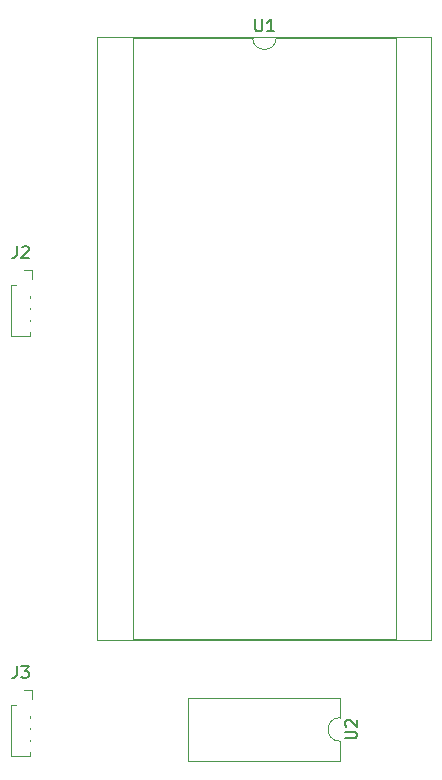
<source format=gbr>
%TF.GenerationSoftware,KiCad,Pcbnew,6.0.11+dfsg-1*%
%TF.CreationDate,2024-04-24T13:50:54-06:00*%
%TF.ProjectId,kicad-project-2,6b696361-642d-4707-926f-6a6563742d32,rev?*%
%TF.SameCoordinates,Original*%
%TF.FileFunction,Legend,Top*%
%TF.FilePolarity,Positive*%
%FSLAX46Y46*%
G04 Gerber Fmt 4.6, Leading zero omitted, Abs format (unit mm)*
G04 Created by KiCad (PCBNEW 6.0.11+dfsg-1) date 2024-04-24 13:50:54*
%MOMM*%
%LPD*%
G01*
G04 APERTURE LIST*
%ADD10C,0.150000*%
%ADD11C,0.120000*%
G04 APERTURE END LIST*
D10*
%TO.C,U1*%
X118628095Y-54192380D02*
X118628095Y-55001904D01*
X118675714Y-55097142D01*
X118723333Y-55144761D01*
X118818571Y-55192380D01*
X119009047Y-55192380D01*
X119104285Y-55144761D01*
X119151904Y-55097142D01*
X119199523Y-55001904D01*
X119199523Y-54192380D01*
X120199523Y-55192380D02*
X119628095Y-55192380D01*
X119913809Y-55192380D02*
X119913809Y-54192380D01*
X119818571Y-54335238D01*
X119723333Y-54430476D01*
X119628095Y-54478095D01*
%TO.C,J2*%
X98436666Y-73402380D02*
X98436666Y-74116666D01*
X98389047Y-74259523D01*
X98293809Y-74354761D01*
X98150952Y-74402380D01*
X98055714Y-74402380D01*
X98865238Y-73497619D02*
X98912857Y-73450000D01*
X99008095Y-73402380D01*
X99246190Y-73402380D01*
X99341428Y-73450000D01*
X99389047Y-73497619D01*
X99436666Y-73592857D01*
X99436666Y-73688095D01*
X99389047Y-73830952D01*
X98817619Y-74402380D01*
X99436666Y-74402380D01*
%TO.C,J3*%
X98436666Y-108962380D02*
X98436666Y-109676666D01*
X98389047Y-109819523D01*
X98293809Y-109914761D01*
X98150952Y-109962380D01*
X98055714Y-109962380D01*
X98817619Y-108962380D02*
X99436666Y-108962380D01*
X99103333Y-109343333D01*
X99246190Y-109343333D01*
X99341428Y-109390952D01*
X99389047Y-109438571D01*
X99436666Y-109533809D01*
X99436666Y-109771904D01*
X99389047Y-109867142D01*
X99341428Y-109914761D01*
X99246190Y-109962380D01*
X98960476Y-109962380D01*
X98865238Y-109914761D01*
X98817619Y-109867142D01*
%TO.C,U2*%
X126237380Y-115071904D02*
X127046904Y-115071904D01*
X127142142Y-115024285D01*
X127189761Y-114976666D01*
X127237380Y-114881428D01*
X127237380Y-114690952D01*
X127189761Y-114595714D01*
X127142142Y-114548095D01*
X127046904Y-114500476D01*
X126237380Y-114500476D01*
X126332619Y-114071904D02*
X126285000Y-114024285D01*
X126237380Y-113929047D01*
X126237380Y-113690952D01*
X126285000Y-113595714D01*
X126332619Y-113548095D01*
X126427857Y-113500476D01*
X126523095Y-113500476D01*
X126665952Y-113548095D01*
X127237380Y-114119523D01*
X127237380Y-113500476D01*
D11*
%TO.C,U1*%
X133530000Y-55680000D02*
X105250000Y-55680000D01*
X130530000Y-55740000D02*
X120390000Y-55740000D01*
X105250000Y-106720000D02*
X133530000Y-106720000D01*
X108250000Y-106660000D02*
X130530000Y-106660000D01*
X133530000Y-106720000D02*
X133530000Y-55680000D01*
X108250000Y-55740000D02*
X108250000Y-106660000D01*
X118390000Y-55740000D02*
X108250000Y-55740000D01*
X130530000Y-106660000D02*
X130530000Y-55740000D01*
X105250000Y-55680000D02*
X105250000Y-106720000D01*
X118390000Y-55740000D02*
G75*
G03*
X120390000Y-55740000I1000000J0D01*
G01*
%TO.C,J2*%
X97960000Y-76700000D02*
X98375000Y-76700000D01*
X99580000Y-80645898D02*
X99580000Y-81010000D01*
X99580000Y-79645898D02*
X99580000Y-79754102D01*
X99060000Y-75390000D02*
X99745000Y-75390000D01*
X97960000Y-76700000D02*
X97960000Y-81010000D01*
X99580000Y-78645898D02*
X99580000Y-78754102D01*
X97960000Y-81010000D02*
X99580000Y-81010000D01*
X99745000Y-75390000D02*
X99745000Y-76200000D01*
X99580000Y-77645898D02*
X99580000Y-77754102D01*
%TO.C,J3*%
X97960000Y-116570000D02*
X99580000Y-116570000D01*
X97960000Y-112260000D02*
X98375000Y-112260000D01*
X99580000Y-114205898D02*
X99580000Y-114314102D01*
X99580000Y-113205898D02*
X99580000Y-113314102D01*
X97960000Y-112260000D02*
X97960000Y-116570000D01*
X99745000Y-110950000D02*
X99745000Y-111760000D01*
X99580000Y-116205898D02*
X99580000Y-116570000D01*
X99060000Y-110950000D02*
X99745000Y-110950000D01*
X99580000Y-115205898D02*
X99580000Y-115314102D01*
%TO.C,U2*%
X125785000Y-111660000D02*
X112965000Y-111660000D01*
X112965000Y-111660000D02*
X112965000Y-116960000D01*
X125785000Y-116960000D02*
X125785000Y-115310000D01*
X125785000Y-113310000D02*
X125785000Y-111660000D01*
X112965000Y-116960000D02*
X125785000Y-116960000D01*
X125785000Y-113310000D02*
G75*
G03*
X125785000Y-115310000I0J-1000000D01*
G01*
%TD*%
M02*

</source>
